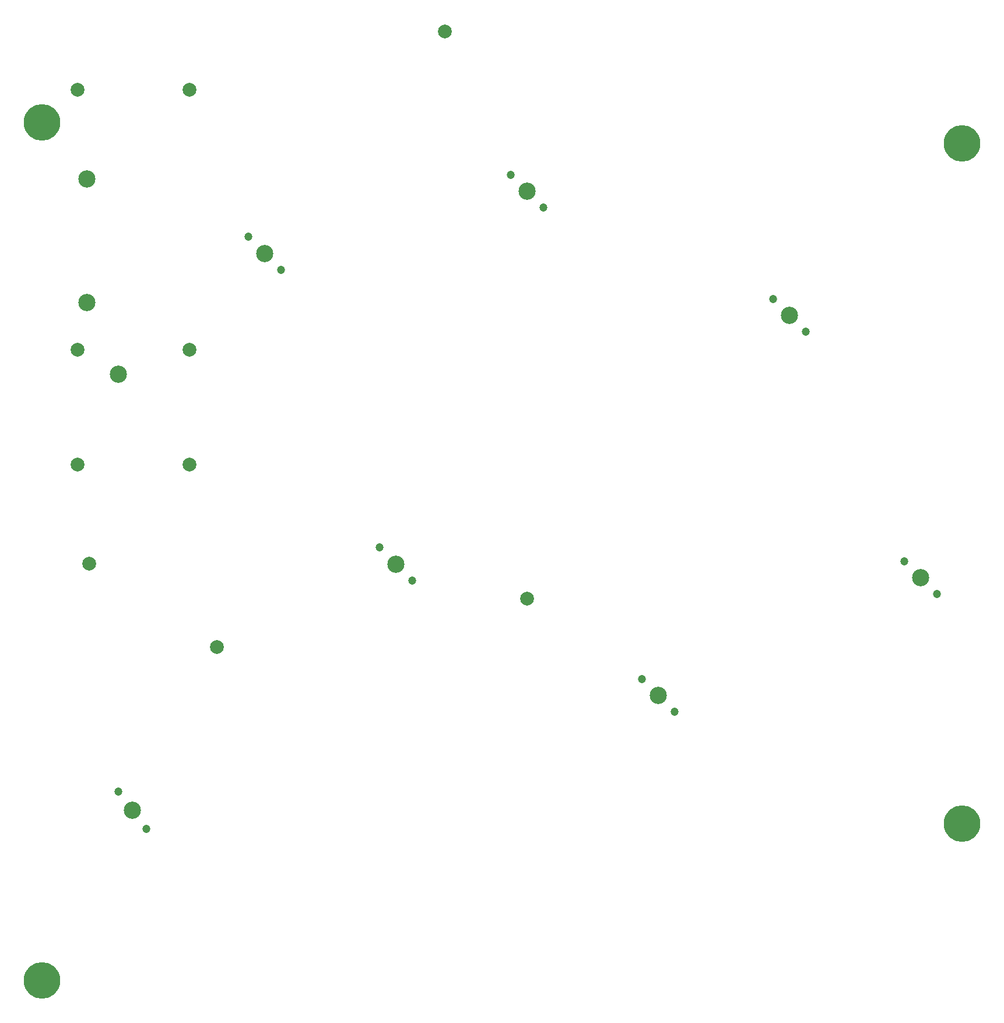
<source format=gts>
%TF.GenerationSoftware,KiCad,Pcbnew,5.1.12-84ad8e8a86~92~ubuntu20.04.1*%
%TF.CreationDate,2021-11-14T20:34:32+01:00*%
%TF.ProjectId,LergoBottomPlate,4c657267-6f42-46f7-9474-6f6d506c6174,v1.A*%
%TF.SameCoordinates,Original*%
%TF.FileFunction,Soldermask,Top*%
%TF.FilePolarity,Negative*%
%FSLAX46Y46*%
G04 Gerber Fmt 4.6, Leading zero omitted, Abs format (unit mm)*
G04 Created by KiCad (PCBNEW 5.1.12-84ad8e8a86~92~ubuntu20.04.1) date 2021-11-14 20:34:32*
%MOMM*%
%LPD*%
G01*
G04 APERTURE LIST*
%ADD10C,2.500000*%
%ADD11C,5.300000*%
%ADD12C,2.000000*%
%ADD13C,1.200000*%
G04 APERTURE END LIST*
D10*
X105131100Y-43120000D03*
X105131100Y-61049700D03*
D11*
X232220381Y-136740000D03*
X98638899Y-159529137D03*
X232220381Y-37928844D03*
X98638899Y-34932171D03*
D12*
X124026250Y-111075000D03*
X169050000Y-104050000D03*
X105500000Y-99000000D03*
X157143750Y-21659375D03*
D13*
X171431250Y-47306250D03*
X166668750Y-42543750D03*
D10*
X169050000Y-44925000D03*
D13*
X228581250Y-103406250D03*
X223818750Y-98643750D03*
D10*
X226200000Y-101025000D03*
D13*
X190481250Y-120501250D03*
X185718750Y-115738750D03*
D10*
X188100000Y-118120000D03*
D13*
X209531250Y-65306250D03*
X204768750Y-60543750D03*
D10*
X207150000Y-62925000D03*
D13*
X152381250Y-101431250D03*
X147618750Y-96668750D03*
D10*
X150000000Y-99050000D03*
D13*
X133331250Y-56306250D03*
X128568750Y-51543750D03*
D10*
X130950000Y-53925000D03*
D13*
X113794605Y-137483384D03*
X109694479Y-132139996D03*
D10*
X111744542Y-134811690D03*
D12*
X103756250Y-67912500D03*
X103756250Y-30157500D03*
X103756250Y-84581250D03*
X120043750Y-84581250D03*
X120043750Y-67912500D03*
X120043750Y-30157500D03*
D10*
X109715000Y-71482500D03*
M02*

</source>
